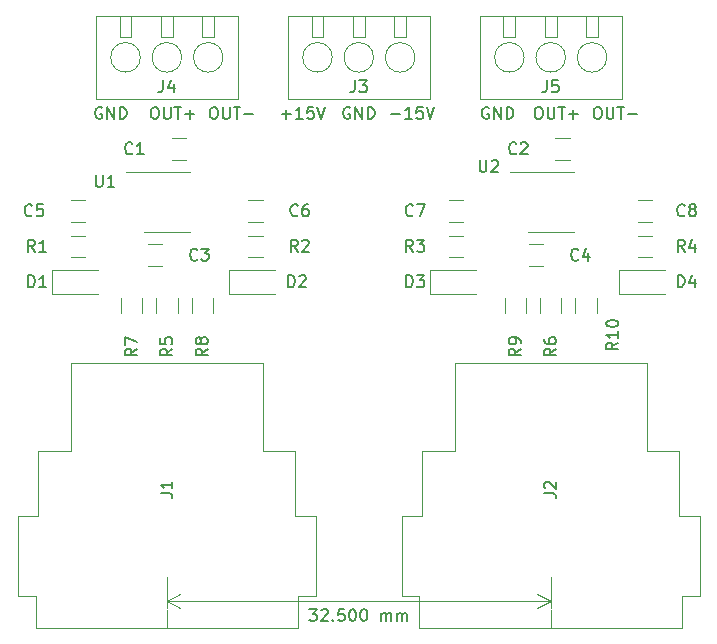
<source format=gbr>
%TF.GenerationSoftware,KiCad,Pcbnew,(5.1.6-0)*%
%TF.CreationDate,2023-04-12T18:51:22-07:00*%
%TF.ProjectId,input_buffer_bal_XLR_SMD_1206,696e7075-745f-4627-9566-6665725f6261,rev?*%
%TF.SameCoordinates,Original*%
%TF.FileFunction,Legend,Top*%
%TF.FilePolarity,Positive*%
%FSLAX46Y46*%
G04 Gerber Fmt 4.6, Leading zero omitted, Abs format (unit mm)*
G04 Created by KiCad (PCBNEW (5.1.6-0)) date 2023-04-12 18:51:22*
%MOMM*%
%LPD*%
G01*
G04 APERTURE LIST*
%ADD10C,0.120000*%
%ADD11C,0.150000*%
G04 APERTURE END LIST*
D10*
X137500000Y-156000000D02*
X137500000Y-157500000D01*
X105000000Y-156000000D02*
X105000000Y-157500000D01*
D11*
X117059523Y-155972380D02*
X117678571Y-155972380D01*
X117345238Y-156353333D01*
X117488095Y-156353333D01*
X117583333Y-156400952D01*
X117630952Y-156448571D01*
X117678571Y-156543809D01*
X117678571Y-156781904D01*
X117630952Y-156877142D01*
X117583333Y-156924761D01*
X117488095Y-156972380D01*
X117202380Y-156972380D01*
X117107142Y-156924761D01*
X117059523Y-156877142D01*
X118059523Y-156067619D02*
X118107142Y-156020000D01*
X118202380Y-155972380D01*
X118440476Y-155972380D01*
X118535714Y-156020000D01*
X118583333Y-156067619D01*
X118630952Y-156162857D01*
X118630952Y-156258095D01*
X118583333Y-156400952D01*
X118011904Y-156972380D01*
X118630952Y-156972380D01*
X119059523Y-156877142D02*
X119107142Y-156924761D01*
X119059523Y-156972380D01*
X119011904Y-156924761D01*
X119059523Y-156877142D01*
X119059523Y-156972380D01*
X120011904Y-155972380D02*
X119535714Y-155972380D01*
X119488095Y-156448571D01*
X119535714Y-156400952D01*
X119630952Y-156353333D01*
X119869047Y-156353333D01*
X119964285Y-156400952D01*
X120011904Y-156448571D01*
X120059523Y-156543809D01*
X120059523Y-156781904D01*
X120011904Y-156877142D01*
X119964285Y-156924761D01*
X119869047Y-156972380D01*
X119630952Y-156972380D01*
X119535714Y-156924761D01*
X119488095Y-156877142D01*
X120678571Y-155972380D02*
X120773809Y-155972380D01*
X120869047Y-156020000D01*
X120916666Y-156067619D01*
X120964285Y-156162857D01*
X121011904Y-156353333D01*
X121011904Y-156591428D01*
X120964285Y-156781904D01*
X120916666Y-156877142D01*
X120869047Y-156924761D01*
X120773809Y-156972380D01*
X120678571Y-156972380D01*
X120583333Y-156924761D01*
X120535714Y-156877142D01*
X120488095Y-156781904D01*
X120440476Y-156591428D01*
X120440476Y-156353333D01*
X120488095Y-156162857D01*
X120535714Y-156067619D01*
X120583333Y-156020000D01*
X120678571Y-155972380D01*
X121630952Y-155972380D02*
X121726190Y-155972380D01*
X121821428Y-156020000D01*
X121869047Y-156067619D01*
X121916666Y-156162857D01*
X121964285Y-156353333D01*
X121964285Y-156591428D01*
X121916666Y-156781904D01*
X121869047Y-156877142D01*
X121821428Y-156924761D01*
X121726190Y-156972380D01*
X121630952Y-156972380D01*
X121535714Y-156924761D01*
X121488095Y-156877142D01*
X121440476Y-156781904D01*
X121392857Y-156591428D01*
X121392857Y-156353333D01*
X121440476Y-156162857D01*
X121488095Y-156067619D01*
X121535714Y-156020000D01*
X121630952Y-155972380D01*
X123154761Y-156972380D02*
X123154761Y-156305714D01*
X123154761Y-156400952D02*
X123202380Y-156353333D01*
X123297619Y-156305714D01*
X123440476Y-156305714D01*
X123535714Y-156353333D01*
X123583333Y-156448571D01*
X123583333Y-156972380D01*
X123583333Y-156448571D02*
X123630952Y-156353333D01*
X123726190Y-156305714D01*
X123869047Y-156305714D01*
X123964285Y-156353333D01*
X124011904Y-156448571D01*
X124011904Y-156972380D01*
X124488095Y-156972380D02*
X124488095Y-156305714D01*
X124488095Y-156400952D02*
X124535714Y-156353333D01*
X124630952Y-156305714D01*
X124773809Y-156305714D01*
X124869047Y-156353333D01*
X124916666Y-156448571D01*
X124916666Y-156972380D01*
X124916666Y-156448571D02*
X124964285Y-156353333D01*
X125059523Y-156305714D01*
X125202380Y-156305714D01*
X125297619Y-156353333D01*
X125345238Y-156448571D01*
X125345238Y-156972380D01*
D10*
X105000000Y-155250000D02*
X137500000Y-155250000D01*
X105000000Y-153250000D02*
X105000000Y-155836421D01*
X137500000Y-153250000D02*
X137500000Y-155836421D01*
X137500000Y-155250000D02*
X136373496Y-155836421D01*
X137500000Y-155250000D02*
X136373496Y-154663579D01*
X105000000Y-155250000D02*
X106126504Y-155836421D01*
X105000000Y-155250000D02*
X106126504Y-154663579D01*
D11*
X123988095Y-114071428D02*
X124750000Y-114071428D01*
X125750000Y-114452380D02*
X125178571Y-114452380D01*
X125464285Y-114452380D02*
X125464285Y-113452380D01*
X125369047Y-113595238D01*
X125273809Y-113690476D01*
X125178571Y-113738095D01*
X126654761Y-113452380D02*
X126178571Y-113452380D01*
X126130952Y-113928571D01*
X126178571Y-113880952D01*
X126273809Y-113833333D01*
X126511904Y-113833333D01*
X126607142Y-113880952D01*
X126654761Y-113928571D01*
X126702380Y-114023809D01*
X126702380Y-114261904D01*
X126654761Y-114357142D01*
X126607142Y-114404761D01*
X126511904Y-114452380D01*
X126273809Y-114452380D01*
X126178571Y-114404761D01*
X126130952Y-114357142D01*
X126988095Y-113452380D02*
X127321428Y-114452380D01*
X127654761Y-113452380D01*
X114738095Y-114071428D02*
X115500000Y-114071428D01*
X115119047Y-114452380D02*
X115119047Y-113690476D01*
X116500000Y-114452380D02*
X115928571Y-114452380D01*
X116214285Y-114452380D02*
X116214285Y-113452380D01*
X116119047Y-113595238D01*
X116023809Y-113690476D01*
X115928571Y-113738095D01*
X117404761Y-113452380D02*
X116928571Y-113452380D01*
X116880952Y-113928571D01*
X116928571Y-113880952D01*
X117023809Y-113833333D01*
X117261904Y-113833333D01*
X117357142Y-113880952D01*
X117404761Y-113928571D01*
X117452380Y-114023809D01*
X117452380Y-114261904D01*
X117404761Y-114357142D01*
X117357142Y-114404761D01*
X117261904Y-114452380D01*
X117023809Y-114452380D01*
X116928571Y-114404761D01*
X116880952Y-114357142D01*
X117738095Y-113452380D02*
X118071428Y-114452380D01*
X118404761Y-113452380D01*
X108880952Y-113452380D02*
X109071428Y-113452380D01*
X109166666Y-113500000D01*
X109261904Y-113595238D01*
X109309523Y-113785714D01*
X109309523Y-114119047D01*
X109261904Y-114309523D01*
X109166666Y-114404761D01*
X109071428Y-114452380D01*
X108880952Y-114452380D01*
X108785714Y-114404761D01*
X108690476Y-114309523D01*
X108642857Y-114119047D01*
X108642857Y-113785714D01*
X108690476Y-113595238D01*
X108785714Y-113500000D01*
X108880952Y-113452380D01*
X109738095Y-113452380D02*
X109738095Y-114261904D01*
X109785714Y-114357142D01*
X109833333Y-114404761D01*
X109928571Y-114452380D01*
X110119047Y-114452380D01*
X110214285Y-114404761D01*
X110261904Y-114357142D01*
X110309523Y-114261904D01*
X110309523Y-113452380D01*
X110642857Y-113452380D02*
X111214285Y-113452380D01*
X110928571Y-114452380D02*
X110928571Y-113452380D01*
X111547619Y-114071428D02*
X112309523Y-114071428D01*
X141380952Y-113452380D02*
X141571428Y-113452380D01*
X141666666Y-113500000D01*
X141761904Y-113595238D01*
X141809523Y-113785714D01*
X141809523Y-114119047D01*
X141761904Y-114309523D01*
X141666666Y-114404761D01*
X141571428Y-114452380D01*
X141380952Y-114452380D01*
X141285714Y-114404761D01*
X141190476Y-114309523D01*
X141142857Y-114119047D01*
X141142857Y-113785714D01*
X141190476Y-113595238D01*
X141285714Y-113500000D01*
X141380952Y-113452380D01*
X142238095Y-113452380D02*
X142238095Y-114261904D01*
X142285714Y-114357142D01*
X142333333Y-114404761D01*
X142428571Y-114452380D01*
X142619047Y-114452380D01*
X142714285Y-114404761D01*
X142761904Y-114357142D01*
X142809523Y-114261904D01*
X142809523Y-113452380D01*
X143142857Y-113452380D02*
X143714285Y-113452380D01*
X143428571Y-114452380D02*
X143428571Y-113452380D01*
X144047619Y-114071428D02*
X144809523Y-114071428D01*
X136380952Y-113452380D02*
X136571428Y-113452380D01*
X136666666Y-113500000D01*
X136761904Y-113595238D01*
X136809523Y-113785714D01*
X136809523Y-114119047D01*
X136761904Y-114309523D01*
X136666666Y-114404761D01*
X136571428Y-114452380D01*
X136380952Y-114452380D01*
X136285714Y-114404761D01*
X136190476Y-114309523D01*
X136142857Y-114119047D01*
X136142857Y-113785714D01*
X136190476Y-113595238D01*
X136285714Y-113500000D01*
X136380952Y-113452380D01*
X137238095Y-113452380D02*
X137238095Y-114261904D01*
X137285714Y-114357142D01*
X137333333Y-114404761D01*
X137428571Y-114452380D01*
X137619047Y-114452380D01*
X137714285Y-114404761D01*
X137761904Y-114357142D01*
X137809523Y-114261904D01*
X137809523Y-113452380D01*
X138142857Y-113452380D02*
X138714285Y-113452380D01*
X138428571Y-114452380D02*
X138428571Y-113452380D01*
X139047619Y-114071428D02*
X139809523Y-114071428D01*
X139428571Y-114452380D02*
X139428571Y-113690476D01*
X103880952Y-113452380D02*
X104071428Y-113452380D01*
X104166666Y-113500000D01*
X104261904Y-113595238D01*
X104309523Y-113785714D01*
X104309523Y-114119047D01*
X104261904Y-114309523D01*
X104166666Y-114404761D01*
X104071428Y-114452380D01*
X103880952Y-114452380D01*
X103785714Y-114404761D01*
X103690476Y-114309523D01*
X103642857Y-114119047D01*
X103642857Y-113785714D01*
X103690476Y-113595238D01*
X103785714Y-113500000D01*
X103880952Y-113452380D01*
X104738095Y-113452380D02*
X104738095Y-114261904D01*
X104785714Y-114357142D01*
X104833333Y-114404761D01*
X104928571Y-114452380D01*
X105119047Y-114452380D01*
X105214285Y-114404761D01*
X105261904Y-114357142D01*
X105309523Y-114261904D01*
X105309523Y-113452380D01*
X105642857Y-113452380D02*
X106214285Y-113452380D01*
X105928571Y-114452380D02*
X105928571Y-113452380D01*
X106547619Y-114071428D02*
X107309523Y-114071428D01*
X106928571Y-114452380D02*
X106928571Y-113690476D01*
X132238095Y-113500000D02*
X132142857Y-113452380D01*
X132000000Y-113452380D01*
X131857142Y-113500000D01*
X131761904Y-113595238D01*
X131714285Y-113690476D01*
X131666666Y-113880952D01*
X131666666Y-114023809D01*
X131714285Y-114214285D01*
X131761904Y-114309523D01*
X131857142Y-114404761D01*
X132000000Y-114452380D01*
X132095238Y-114452380D01*
X132238095Y-114404761D01*
X132285714Y-114357142D01*
X132285714Y-114023809D01*
X132095238Y-114023809D01*
X132714285Y-114452380D02*
X132714285Y-113452380D01*
X133285714Y-114452380D01*
X133285714Y-113452380D01*
X133761904Y-114452380D02*
X133761904Y-113452380D01*
X134000000Y-113452380D01*
X134142857Y-113500000D01*
X134238095Y-113595238D01*
X134285714Y-113690476D01*
X134333333Y-113880952D01*
X134333333Y-114023809D01*
X134285714Y-114214285D01*
X134238095Y-114309523D01*
X134142857Y-114404761D01*
X134000000Y-114452380D01*
X133761904Y-114452380D01*
X120488095Y-113500000D02*
X120392857Y-113452380D01*
X120250000Y-113452380D01*
X120107142Y-113500000D01*
X120011904Y-113595238D01*
X119964285Y-113690476D01*
X119916666Y-113880952D01*
X119916666Y-114023809D01*
X119964285Y-114214285D01*
X120011904Y-114309523D01*
X120107142Y-114404761D01*
X120250000Y-114452380D01*
X120345238Y-114452380D01*
X120488095Y-114404761D01*
X120535714Y-114357142D01*
X120535714Y-114023809D01*
X120345238Y-114023809D01*
X120964285Y-114452380D02*
X120964285Y-113452380D01*
X121535714Y-114452380D01*
X121535714Y-113452380D01*
X122011904Y-114452380D02*
X122011904Y-113452380D01*
X122250000Y-113452380D01*
X122392857Y-113500000D01*
X122488095Y-113595238D01*
X122535714Y-113690476D01*
X122583333Y-113880952D01*
X122583333Y-114023809D01*
X122535714Y-114214285D01*
X122488095Y-114309523D01*
X122392857Y-114404761D01*
X122250000Y-114452380D01*
X122011904Y-114452380D01*
X99488095Y-113500000D02*
X99392857Y-113452380D01*
X99250000Y-113452380D01*
X99107142Y-113500000D01*
X99011904Y-113595238D01*
X98964285Y-113690476D01*
X98916666Y-113880952D01*
X98916666Y-114023809D01*
X98964285Y-114214285D01*
X99011904Y-114309523D01*
X99107142Y-114404761D01*
X99250000Y-114452380D01*
X99345238Y-114452380D01*
X99488095Y-114404761D01*
X99535714Y-114357142D01*
X99535714Y-114023809D01*
X99345238Y-114023809D01*
X99964285Y-114452380D02*
X99964285Y-113452380D01*
X100535714Y-114452380D01*
X100535714Y-113452380D01*
X101011904Y-114452380D02*
X101011904Y-113452380D01*
X101250000Y-113452380D01*
X101392857Y-113500000D01*
X101488095Y-113595238D01*
X101535714Y-113690476D01*
X101583333Y-113880952D01*
X101583333Y-114023809D01*
X101535714Y-114214285D01*
X101488095Y-114309523D01*
X101392857Y-114404761D01*
X101250000Y-114452380D01*
X101011904Y-114452380D01*
D10*
%TO.C,D4*%
X143300000Y-127250000D02*
X143300000Y-129250000D01*
X143300000Y-129250000D02*
X147150000Y-129250000D01*
X143300000Y-127250000D02*
X147150000Y-127250000D01*
%TO.C,D3*%
X127300000Y-127250000D02*
X127300000Y-129250000D01*
X127300000Y-129250000D02*
X131150000Y-129250000D01*
X127300000Y-127250000D02*
X131150000Y-127250000D01*
%TO.C,D2*%
X110300000Y-127250000D02*
X110300000Y-129250000D01*
X110300000Y-129250000D02*
X114150000Y-129250000D01*
X110300000Y-127250000D02*
X114150000Y-127250000D01*
%TO.C,D1*%
X95300000Y-127250000D02*
X95300000Y-129250000D01*
X95300000Y-129250000D02*
X99150000Y-129250000D01*
X95300000Y-127250000D02*
X99150000Y-127250000D01*
%TO.C,U2*%
X137500000Y-118940000D02*
X134050000Y-118940000D01*
X137500000Y-118940000D02*
X139450000Y-118940000D01*
X137500000Y-124060000D02*
X135550000Y-124060000D01*
X137500000Y-124060000D02*
X139450000Y-124060000D01*
%TO.C,U1*%
X105000000Y-118940000D02*
X101550000Y-118940000D01*
X105000000Y-118940000D02*
X106950000Y-118940000D01*
X105000000Y-124060000D02*
X103050000Y-124060000D01*
X105000000Y-124060000D02*
X106950000Y-124060000D01*
%TO.C,R10*%
X141410000Y-130852064D02*
X141410000Y-129647936D01*
X139590000Y-130852064D02*
X139590000Y-129647936D01*
%TO.C,R9*%
X133590000Y-129647936D02*
X133590000Y-130852064D01*
X135410000Y-129647936D02*
X135410000Y-130852064D01*
%TO.C,R8*%
X108910000Y-130852064D02*
X108910000Y-129647936D01*
X107090000Y-130852064D02*
X107090000Y-129647936D01*
%TO.C,R7*%
X101090000Y-129647936D02*
X101090000Y-130852064D01*
X102910000Y-129647936D02*
X102910000Y-130852064D01*
%TO.C,R6*%
X138410000Y-130852064D02*
X138410000Y-129647936D01*
X136590000Y-130852064D02*
X136590000Y-129647936D01*
%TO.C,R5*%
X105910000Y-130852064D02*
X105910000Y-129647936D01*
X104090000Y-130852064D02*
X104090000Y-129647936D01*
%TO.C,R4*%
X144897936Y-126160000D02*
X146102064Y-126160000D01*
X144897936Y-124340000D02*
X146102064Y-124340000D01*
%TO.C,R3*%
X130102064Y-124340000D02*
X128897936Y-124340000D01*
X130102064Y-126160000D02*
X128897936Y-126160000D01*
%TO.C,R2*%
X111897936Y-126160000D02*
X113102064Y-126160000D01*
X111897936Y-124340000D02*
X113102064Y-124340000D01*
%TO.C,R1*%
X98102064Y-124340000D02*
X96897936Y-124340000D01*
X98102064Y-126160000D02*
X96897936Y-126160000D01*
%TO.C,C8*%
X146102064Y-121340000D02*
X144897936Y-121340000D01*
X146102064Y-123160000D02*
X144897936Y-123160000D01*
%TO.C,C7*%
X130102064Y-121340000D02*
X128897936Y-121340000D01*
X130102064Y-123160000D02*
X128897936Y-123160000D01*
%TO.C,C6*%
X113102064Y-121340000D02*
X111897936Y-121340000D01*
X113102064Y-123160000D02*
X111897936Y-123160000D01*
%TO.C,C5*%
X98102064Y-121340000D02*
X96897936Y-121340000D01*
X98102064Y-123160000D02*
X96897936Y-123160000D01*
%TO.C,C4*%
X136852064Y-125090000D02*
X135647936Y-125090000D01*
X136852064Y-126910000D02*
X135647936Y-126910000D01*
%TO.C,C3*%
X104602064Y-125090000D02*
X103397936Y-125090000D01*
X104602064Y-126910000D02*
X103397936Y-126910000D01*
%TO.C,C2*%
X139102064Y-116090000D02*
X137897936Y-116090000D01*
X139102064Y-117910000D02*
X137897936Y-117910000D01*
%TO.C,C1*%
X106602064Y-116090000D02*
X105397936Y-116090000D01*
X106602064Y-117910000D02*
X105397936Y-117910000D01*
%TO.C,J2*%
X148370000Y-142620000D02*
X145620000Y-142620000D01*
X126630000Y-148120000D02*
X126630000Y-142620000D01*
X129380000Y-142620000D02*
X126630000Y-142620000D01*
X145620000Y-142620000D02*
X145620000Y-135120000D01*
X148370000Y-148120000D02*
X148370000Y-142620000D01*
X145620000Y-135120000D02*
X129380000Y-135120000D01*
X129380000Y-142620000D02*
X129380000Y-135120000D01*
X148620000Y-157560000D02*
X126380000Y-157560000D01*
X150120000Y-154860000D02*
X148620000Y-154860000D01*
X126380000Y-154860000D02*
X124880000Y-154860000D01*
X126380000Y-154860000D02*
X126380000Y-157560000D01*
X148620000Y-154860000D02*
X148620000Y-157560000D01*
X124880000Y-148120000D02*
X126630000Y-148120000D01*
X148370000Y-148120000D02*
X150120000Y-148120000D01*
X150120000Y-154860000D02*
X150120000Y-148120000D01*
X124880000Y-154860000D02*
X124880000Y-148120000D01*
%TO.C,J1*%
X115870000Y-142620000D02*
X113120000Y-142620000D01*
X94130000Y-148120000D02*
X94130000Y-142620000D01*
X96880000Y-142620000D02*
X94130000Y-142620000D01*
X113120000Y-142620000D02*
X113120000Y-135120000D01*
X115870000Y-148120000D02*
X115870000Y-142620000D01*
X113120000Y-135120000D02*
X96880000Y-135120000D01*
X96880000Y-142620000D02*
X96880000Y-135120000D01*
X116120000Y-157560000D02*
X93880000Y-157560000D01*
X117620000Y-154860000D02*
X116120000Y-154860000D01*
X93880000Y-154860000D02*
X92380000Y-154860000D01*
X93880000Y-154860000D02*
X93880000Y-157560000D01*
X116120000Y-154860000D02*
X116120000Y-157560000D01*
X92380000Y-148120000D02*
X94130000Y-148120000D01*
X115870000Y-148120000D02*
X117620000Y-148120000D01*
X117620000Y-154860000D02*
X117620000Y-148120000D01*
X92380000Y-154860000D02*
X92380000Y-148120000D01*
%TO.C,J5*%
X133500000Y-107500000D02*
X133500000Y-105750000D01*
X134500000Y-107500000D02*
X133500000Y-107500000D01*
X134500000Y-105750000D02*
X134500000Y-107500000D01*
X137000000Y-107500000D02*
X137000000Y-105750000D01*
X138000000Y-107500000D02*
X137000000Y-107500000D01*
X138000000Y-105750000D02*
X138000000Y-107500000D01*
X141500000Y-107500000D02*
X141500000Y-105750000D01*
X140500000Y-107500000D02*
X140500000Y-105750000D01*
X141500000Y-107500000D02*
X140500000Y-107500000D01*
X142250000Y-109250000D02*
G75*
G03*
X142250000Y-109250000I-1250000J0D01*
G01*
X138750000Y-109250000D02*
G75*
G03*
X138750000Y-109250000I-1250000J0D01*
G01*
X135250000Y-109250000D02*
G75*
G03*
X135250000Y-109250000I-1250000J0D01*
G01*
X131500000Y-112750000D02*
X143500000Y-112750000D01*
X131500000Y-105750000D02*
X143500000Y-105750000D01*
X143500000Y-112750000D02*
X143500000Y-105750000D01*
X131500000Y-112750000D02*
X131500000Y-105750000D01*
%TO.C,J4*%
X101000000Y-107500000D02*
X101000000Y-105750000D01*
X102000000Y-107500000D02*
X101000000Y-107500000D01*
X102000000Y-105750000D02*
X102000000Y-107500000D01*
X104500000Y-107500000D02*
X104500000Y-105750000D01*
X105500000Y-107500000D02*
X104500000Y-107500000D01*
X105500000Y-105750000D02*
X105500000Y-107500000D01*
X109000000Y-107500000D02*
X109000000Y-105750000D01*
X108000000Y-107500000D02*
X108000000Y-105750000D01*
X109000000Y-107500000D02*
X108000000Y-107500000D01*
X109750000Y-109250000D02*
G75*
G03*
X109750000Y-109250000I-1250000J0D01*
G01*
X106250000Y-109250000D02*
G75*
G03*
X106250000Y-109250000I-1250000J0D01*
G01*
X102750000Y-109250000D02*
G75*
G03*
X102750000Y-109250000I-1250000J0D01*
G01*
X99000000Y-112750000D02*
X111000000Y-112750000D01*
X99000000Y-105750000D02*
X111000000Y-105750000D01*
X111000000Y-112750000D02*
X111000000Y-105750000D01*
X99000000Y-112750000D02*
X99000000Y-105750000D01*
%TO.C,J3*%
X117250000Y-107500000D02*
X117250000Y-105750000D01*
X118250000Y-107500000D02*
X117250000Y-107500000D01*
X118250000Y-105750000D02*
X118250000Y-107500000D01*
X120750000Y-107500000D02*
X120750000Y-105750000D01*
X121750000Y-107500000D02*
X120750000Y-107500000D01*
X121750000Y-105750000D02*
X121750000Y-107500000D01*
X125250000Y-107500000D02*
X125250000Y-105750000D01*
X124250000Y-107500000D02*
X124250000Y-105750000D01*
X125250000Y-107500000D02*
X124250000Y-107500000D01*
X126000000Y-109250000D02*
G75*
G03*
X126000000Y-109250000I-1250000J0D01*
G01*
X122500000Y-109250000D02*
G75*
G03*
X122500000Y-109250000I-1250000J0D01*
G01*
X119000000Y-109250000D02*
G75*
G03*
X119000000Y-109250000I-1250000J0D01*
G01*
X115250000Y-112750000D02*
X127250000Y-112750000D01*
X115250000Y-105750000D02*
X127250000Y-105750000D01*
X127250000Y-112750000D02*
X127250000Y-105750000D01*
X115250000Y-112750000D02*
X115250000Y-105750000D01*
%TO.C,D4*%
D11*
X148261904Y-128702380D02*
X148261904Y-127702380D01*
X148500000Y-127702380D01*
X148642857Y-127750000D01*
X148738095Y-127845238D01*
X148785714Y-127940476D01*
X148833333Y-128130952D01*
X148833333Y-128273809D01*
X148785714Y-128464285D01*
X148738095Y-128559523D01*
X148642857Y-128654761D01*
X148500000Y-128702380D01*
X148261904Y-128702380D01*
X149690476Y-128035714D02*
X149690476Y-128702380D01*
X149452380Y-127654761D02*
X149214285Y-128369047D01*
X149833333Y-128369047D01*
%TO.C,D3*%
X125261904Y-128702380D02*
X125261904Y-127702380D01*
X125500000Y-127702380D01*
X125642857Y-127750000D01*
X125738095Y-127845238D01*
X125785714Y-127940476D01*
X125833333Y-128130952D01*
X125833333Y-128273809D01*
X125785714Y-128464285D01*
X125738095Y-128559523D01*
X125642857Y-128654761D01*
X125500000Y-128702380D01*
X125261904Y-128702380D01*
X126166666Y-127702380D02*
X126785714Y-127702380D01*
X126452380Y-128083333D01*
X126595238Y-128083333D01*
X126690476Y-128130952D01*
X126738095Y-128178571D01*
X126785714Y-128273809D01*
X126785714Y-128511904D01*
X126738095Y-128607142D01*
X126690476Y-128654761D01*
X126595238Y-128702380D01*
X126309523Y-128702380D01*
X126214285Y-128654761D01*
X126166666Y-128607142D01*
%TO.C,D2*%
X115261904Y-128702380D02*
X115261904Y-127702380D01*
X115500000Y-127702380D01*
X115642857Y-127750000D01*
X115738095Y-127845238D01*
X115785714Y-127940476D01*
X115833333Y-128130952D01*
X115833333Y-128273809D01*
X115785714Y-128464285D01*
X115738095Y-128559523D01*
X115642857Y-128654761D01*
X115500000Y-128702380D01*
X115261904Y-128702380D01*
X116214285Y-127797619D02*
X116261904Y-127750000D01*
X116357142Y-127702380D01*
X116595238Y-127702380D01*
X116690476Y-127750000D01*
X116738095Y-127797619D01*
X116785714Y-127892857D01*
X116785714Y-127988095D01*
X116738095Y-128130952D01*
X116166666Y-128702380D01*
X116785714Y-128702380D01*
%TO.C,D1*%
X93261904Y-128702380D02*
X93261904Y-127702380D01*
X93500000Y-127702380D01*
X93642857Y-127750000D01*
X93738095Y-127845238D01*
X93785714Y-127940476D01*
X93833333Y-128130952D01*
X93833333Y-128273809D01*
X93785714Y-128464285D01*
X93738095Y-128559523D01*
X93642857Y-128654761D01*
X93500000Y-128702380D01*
X93261904Y-128702380D01*
X94785714Y-128702380D02*
X94214285Y-128702380D01*
X94500000Y-128702380D02*
X94500000Y-127702380D01*
X94404761Y-127845238D01*
X94309523Y-127940476D01*
X94214285Y-127988095D01*
%TO.C,U2*%
X131488095Y-117952380D02*
X131488095Y-118761904D01*
X131535714Y-118857142D01*
X131583333Y-118904761D01*
X131678571Y-118952380D01*
X131869047Y-118952380D01*
X131964285Y-118904761D01*
X132011904Y-118857142D01*
X132059523Y-118761904D01*
X132059523Y-117952380D01*
X132488095Y-118047619D02*
X132535714Y-118000000D01*
X132630952Y-117952380D01*
X132869047Y-117952380D01*
X132964285Y-118000000D01*
X133011904Y-118047619D01*
X133059523Y-118142857D01*
X133059523Y-118238095D01*
X133011904Y-118380952D01*
X132440476Y-118952380D01*
X133059523Y-118952380D01*
%TO.C,U1*%
X98988095Y-119202380D02*
X98988095Y-120011904D01*
X99035714Y-120107142D01*
X99083333Y-120154761D01*
X99178571Y-120202380D01*
X99369047Y-120202380D01*
X99464285Y-120154761D01*
X99511904Y-120107142D01*
X99559523Y-120011904D01*
X99559523Y-119202380D01*
X100559523Y-120202380D02*
X99988095Y-120202380D01*
X100273809Y-120202380D02*
X100273809Y-119202380D01*
X100178571Y-119345238D01*
X100083333Y-119440476D01*
X99988095Y-119488095D01*
%TO.C,R10*%
X143202380Y-133392857D02*
X142726190Y-133726190D01*
X143202380Y-133964285D02*
X142202380Y-133964285D01*
X142202380Y-133583333D01*
X142250000Y-133488095D01*
X142297619Y-133440476D01*
X142392857Y-133392857D01*
X142535714Y-133392857D01*
X142630952Y-133440476D01*
X142678571Y-133488095D01*
X142726190Y-133583333D01*
X142726190Y-133964285D01*
X143202380Y-132440476D02*
X143202380Y-133011904D01*
X143202380Y-132726190D02*
X142202380Y-132726190D01*
X142345238Y-132821428D01*
X142440476Y-132916666D01*
X142488095Y-133011904D01*
X142202380Y-131821428D02*
X142202380Y-131726190D01*
X142250000Y-131630952D01*
X142297619Y-131583333D01*
X142392857Y-131535714D01*
X142583333Y-131488095D01*
X142821428Y-131488095D01*
X143011904Y-131535714D01*
X143107142Y-131583333D01*
X143154761Y-131630952D01*
X143202380Y-131726190D01*
X143202380Y-131821428D01*
X143154761Y-131916666D01*
X143107142Y-131964285D01*
X143011904Y-132011904D01*
X142821428Y-132059523D01*
X142583333Y-132059523D01*
X142392857Y-132011904D01*
X142297619Y-131964285D01*
X142250000Y-131916666D01*
X142202380Y-131821428D01*
%TO.C,R9*%
X134952380Y-133916666D02*
X134476190Y-134250000D01*
X134952380Y-134488095D02*
X133952380Y-134488095D01*
X133952380Y-134107142D01*
X134000000Y-134011904D01*
X134047619Y-133964285D01*
X134142857Y-133916666D01*
X134285714Y-133916666D01*
X134380952Y-133964285D01*
X134428571Y-134011904D01*
X134476190Y-134107142D01*
X134476190Y-134488095D01*
X134952380Y-133440476D02*
X134952380Y-133250000D01*
X134904761Y-133154761D01*
X134857142Y-133107142D01*
X134714285Y-133011904D01*
X134523809Y-132964285D01*
X134142857Y-132964285D01*
X134047619Y-133011904D01*
X134000000Y-133059523D01*
X133952380Y-133154761D01*
X133952380Y-133345238D01*
X134000000Y-133440476D01*
X134047619Y-133488095D01*
X134142857Y-133535714D01*
X134380952Y-133535714D01*
X134476190Y-133488095D01*
X134523809Y-133440476D01*
X134571428Y-133345238D01*
X134571428Y-133154761D01*
X134523809Y-133059523D01*
X134476190Y-133011904D01*
X134380952Y-132964285D01*
%TO.C,R8*%
X108452380Y-133916666D02*
X107976190Y-134250000D01*
X108452380Y-134488095D02*
X107452380Y-134488095D01*
X107452380Y-134107142D01*
X107500000Y-134011904D01*
X107547619Y-133964285D01*
X107642857Y-133916666D01*
X107785714Y-133916666D01*
X107880952Y-133964285D01*
X107928571Y-134011904D01*
X107976190Y-134107142D01*
X107976190Y-134488095D01*
X107880952Y-133345238D02*
X107833333Y-133440476D01*
X107785714Y-133488095D01*
X107690476Y-133535714D01*
X107642857Y-133535714D01*
X107547619Y-133488095D01*
X107500000Y-133440476D01*
X107452380Y-133345238D01*
X107452380Y-133154761D01*
X107500000Y-133059523D01*
X107547619Y-133011904D01*
X107642857Y-132964285D01*
X107690476Y-132964285D01*
X107785714Y-133011904D01*
X107833333Y-133059523D01*
X107880952Y-133154761D01*
X107880952Y-133345238D01*
X107928571Y-133440476D01*
X107976190Y-133488095D01*
X108071428Y-133535714D01*
X108261904Y-133535714D01*
X108357142Y-133488095D01*
X108404761Y-133440476D01*
X108452380Y-133345238D01*
X108452380Y-133154761D01*
X108404761Y-133059523D01*
X108357142Y-133011904D01*
X108261904Y-132964285D01*
X108071428Y-132964285D01*
X107976190Y-133011904D01*
X107928571Y-133059523D01*
X107880952Y-133154761D01*
%TO.C,R7*%
X102452380Y-133916666D02*
X101976190Y-134250000D01*
X102452380Y-134488095D02*
X101452380Y-134488095D01*
X101452380Y-134107142D01*
X101500000Y-134011904D01*
X101547619Y-133964285D01*
X101642857Y-133916666D01*
X101785714Y-133916666D01*
X101880952Y-133964285D01*
X101928571Y-134011904D01*
X101976190Y-134107142D01*
X101976190Y-134488095D01*
X101452380Y-133583333D02*
X101452380Y-132916666D01*
X102452380Y-133345238D01*
%TO.C,R6*%
X137952380Y-133916666D02*
X137476190Y-134250000D01*
X137952380Y-134488095D02*
X136952380Y-134488095D01*
X136952380Y-134107142D01*
X137000000Y-134011904D01*
X137047619Y-133964285D01*
X137142857Y-133916666D01*
X137285714Y-133916666D01*
X137380952Y-133964285D01*
X137428571Y-134011904D01*
X137476190Y-134107142D01*
X137476190Y-134488095D01*
X136952380Y-133059523D02*
X136952380Y-133250000D01*
X137000000Y-133345238D01*
X137047619Y-133392857D01*
X137190476Y-133488095D01*
X137380952Y-133535714D01*
X137761904Y-133535714D01*
X137857142Y-133488095D01*
X137904761Y-133440476D01*
X137952380Y-133345238D01*
X137952380Y-133154761D01*
X137904761Y-133059523D01*
X137857142Y-133011904D01*
X137761904Y-132964285D01*
X137523809Y-132964285D01*
X137428571Y-133011904D01*
X137380952Y-133059523D01*
X137333333Y-133154761D01*
X137333333Y-133345238D01*
X137380952Y-133440476D01*
X137428571Y-133488095D01*
X137523809Y-133535714D01*
%TO.C,R5*%
X105452380Y-133916666D02*
X104976190Y-134250000D01*
X105452380Y-134488095D02*
X104452380Y-134488095D01*
X104452380Y-134107142D01*
X104500000Y-134011904D01*
X104547619Y-133964285D01*
X104642857Y-133916666D01*
X104785714Y-133916666D01*
X104880952Y-133964285D01*
X104928571Y-134011904D01*
X104976190Y-134107142D01*
X104976190Y-134488095D01*
X104452380Y-133011904D02*
X104452380Y-133488095D01*
X104928571Y-133535714D01*
X104880952Y-133488095D01*
X104833333Y-133392857D01*
X104833333Y-133154761D01*
X104880952Y-133059523D01*
X104928571Y-133011904D01*
X105023809Y-132964285D01*
X105261904Y-132964285D01*
X105357142Y-133011904D01*
X105404761Y-133059523D01*
X105452380Y-133154761D01*
X105452380Y-133392857D01*
X105404761Y-133488095D01*
X105357142Y-133535714D01*
%TO.C,R4*%
X148833333Y-125702380D02*
X148500000Y-125226190D01*
X148261904Y-125702380D02*
X148261904Y-124702380D01*
X148642857Y-124702380D01*
X148738095Y-124750000D01*
X148785714Y-124797619D01*
X148833333Y-124892857D01*
X148833333Y-125035714D01*
X148785714Y-125130952D01*
X148738095Y-125178571D01*
X148642857Y-125226190D01*
X148261904Y-125226190D01*
X149690476Y-125035714D02*
X149690476Y-125702380D01*
X149452380Y-124654761D02*
X149214285Y-125369047D01*
X149833333Y-125369047D01*
%TO.C,R3*%
X125833333Y-125702380D02*
X125500000Y-125226190D01*
X125261904Y-125702380D02*
X125261904Y-124702380D01*
X125642857Y-124702380D01*
X125738095Y-124750000D01*
X125785714Y-124797619D01*
X125833333Y-124892857D01*
X125833333Y-125035714D01*
X125785714Y-125130952D01*
X125738095Y-125178571D01*
X125642857Y-125226190D01*
X125261904Y-125226190D01*
X126166666Y-124702380D02*
X126785714Y-124702380D01*
X126452380Y-125083333D01*
X126595238Y-125083333D01*
X126690476Y-125130952D01*
X126738095Y-125178571D01*
X126785714Y-125273809D01*
X126785714Y-125511904D01*
X126738095Y-125607142D01*
X126690476Y-125654761D01*
X126595238Y-125702380D01*
X126309523Y-125702380D01*
X126214285Y-125654761D01*
X126166666Y-125607142D01*
%TO.C,R2*%
X116083333Y-125702380D02*
X115750000Y-125226190D01*
X115511904Y-125702380D02*
X115511904Y-124702380D01*
X115892857Y-124702380D01*
X115988095Y-124750000D01*
X116035714Y-124797619D01*
X116083333Y-124892857D01*
X116083333Y-125035714D01*
X116035714Y-125130952D01*
X115988095Y-125178571D01*
X115892857Y-125226190D01*
X115511904Y-125226190D01*
X116464285Y-124797619D02*
X116511904Y-124750000D01*
X116607142Y-124702380D01*
X116845238Y-124702380D01*
X116940476Y-124750000D01*
X116988095Y-124797619D01*
X117035714Y-124892857D01*
X117035714Y-124988095D01*
X116988095Y-125130952D01*
X116416666Y-125702380D01*
X117035714Y-125702380D01*
%TO.C,R1*%
X93833333Y-125702380D02*
X93500000Y-125226190D01*
X93261904Y-125702380D02*
X93261904Y-124702380D01*
X93642857Y-124702380D01*
X93738095Y-124750000D01*
X93785714Y-124797619D01*
X93833333Y-124892857D01*
X93833333Y-125035714D01*
X93785714Y-125130952D01*
X93738095Y-125178571D01*
X93642857Y-125226190D01*
X93261904Y-125226190D01*
X94785714Y-125702380D02*
X94214285Y-125702380D01*
X94500000Y-125702380D02*
X94500000Y-124702380D01*
X94404761Y-124845238D01*
X94309523Y-124940476D01*
X94214285Y-124988095D01*
%TO.C,C8*%
X148833333Y-122607142D02*
X148785714Y-122654761D01*
X148642857Y-122702380D01*
X148547619Y-122702380D01*
X148404761Y-122654761D01*
X148309523Y-122559523D01*
X148261904Y-122464285D01*
X148214285Y-122273809D01*
X148214285Y-122130952D01*
X148261904Y-121940476D01*
X148309523Y-121845238D01*
X148404761Y-121750000D01*
X148547619Y-121702380D01*
X148642857Y-121702380D01*
X148785714Y-121750000D01*
X148833333Y-121797619D01*
X149404761Y-122130952D02*
X149309523Y-122083333D01*
X149261904Y-122035714D01*
X149214285Y-121940476D01*
X149214285Y-121892857D01*
X149261904Y-121797619D01*
X149309523Y-121750000D01*
X149404761Y-121702380D01*
X149595238Y-121702380D01*
X149690476Y-121750000D01*
X149738095Y-121797619D01*
X149785714Y-121892857D01*
X149785714Y-121940476D01*
X149738095Y-122035714D01*
X149690476Y-122083333D01*
X149595238Y-122130952D01*
X149404761Y-122130952D01*
X149309523Y-122178571D01*
X149261904Y-122226190D01*
X149214285Y-122321428D01*
X149214285Y-122511904D01*
X149261904Y-122607142D01*
X149309523Y-122654761D01*
X149404761Y-122702380D01*
X149595238Y-122702380D01*
X149690476Y-122654761D01*
X149738095Y-122607142D01*
X149785714Y-122511904D01*
X149785714Y-122321428D01*
X149738095Y-122226190D01*
X149690476Y-122178571D01*
X149595238Y-122130952D01*
%TO.C,C7*%
X125833333Y-122607142D02*
X125785714Y-122654761D01*
X125642857Y-122702380D01*
X125547619Y-122702380D01*
X125404761Y-122654761D01*
X125309523Y-122559523D01*
X125261904Y-122464285D01*
X125214285Y-122273809D01*
X125214285Y-122130952D01*
X125261904Y-121940476D01*
X125309523Y-121845238D01*
X125404761Y-121750000D01*
X125547619Y-121702380D01*
X125642857Y-121702380D01*
X125785714Y-121750000D01*
X125833333Y-121797619D01*
X126166666Y-121702380D02*
X126833333Y-121702380D01*
X126404761Y-122702380D01*
%TO.C,C6*%
X116083333Y-122607142D02*
X116035714Y-122654761D01*
X115892857Y-122702380D01*
X115797619Y-122702380D01*
X115654761Y-122654761D01*
X115559523Y-122559523D01*
X115511904Y-122464285D01*
X115464285Y-122273809D01*
X115464285Y-122130952D01*
X115511904Y-121940476D01*
X115559523Y-121845238D01*
X115654761Y-121750000D01*
X115797619Y-121702380D01*
X115892857Y-121702380D01*
X116035714Y-121750000D01*
X116083333Y-121797619D01*
X116940476Y-121702380D02*
X116750000Y-121702380D01*
X116654761Y-121750000D01*
X116607142Y-121797619D01*
X116511904Y-121940476D01*
X116464285Y-122130952D01*
X116464285Y-122511904D01*
X116511904Y-122607142D01*
X116559523Y-122654761D01*
X116654761Y-122702380D01*
X116845238Y-122702380D01*
X116940476Y-122654761D01*
X116988095Y-122607142D01*
X117035714Y-122511904D01*
X117035714Y-122273809D01*
X116988095Y-122178571D01*
X116940476Y-122130952D01*
X116845238Y-122083333D01*
X116654761Y-122083333D01*
X116559523Y-122130952D01*
X116511904Y-122178571D01*
X116464285Y-122273809D01*
%TO.C,C5*%
X93583333Y-122607142D02*
X93535714Y-122654761D01*
X93392857Y-122702380D01*
X93297619Y-122702380D01*
X93154761Y-122654761D01*
X93059523Y-122559523D01*
X93011904Y-122464285D01*
X92964285Y-122273809D01*
X92964285Y-122130952D01*
X93011904Y-121940476D01*
X93059523Y-121845238D01*
X93154761Y-121750000D01*
X93297619Y-121702380D01*
X93392857Y-121702380D01*
X93535714Y-121750000D01*
X93583333Y-121797619D01*
X94488095Y-121702380D02*
X94011904Y-121702380D01*
X93964285Y-122178571D01*
X94011904Y-122130952D01*
X94107142Y-122083333D01*
X94345238Y-122083333D01*
X94440476Y-122130952D01*
X94488095Y-122178571D01*
X94535714Y-122273809D01*
X94535714Y-122511904D01*
X94488095Y-122607142D01*
X94440476Y-122654761D01*
X94345238Y-122702380D01*
X94107142Y-122702380D01*
X94011904Y-122654761D01*
X93964285Y-122607142D01*
%TO.C,C4*%
X139833333Y-126357142D02*
X139785714Y-126404761D01*
X139642857Y-126452380D01*
X139547619Y-126452380D01*
X139404761Y-126404761D01*
X139309523Y-126309523D01*
X139261904Y-126214285D01*
X139214285Y-126023809D01*
X139214285Y-125880952D01*
X139261904Y-125690476D01*
X139309523Y-125595238D01*
X139404761Y-125500000D01*
X139547619Y-125452380D01*
X139642857Y-125452380D01*
X139785714Y-125500000D01*
X139833333Y-125547619D01*
X140690476Y-125785714D02*
X140690476Y-126452380D01*
X140452380Y-125404761D02*
X140214285Y-126119047D01*
X140833333Y-126119047D01*
%TO.C,C3*%
X107583333Y-126357142D02*
X107535714Y-126404761D01*
X107392857Y-126452380D01*
X107297619Y-126452380D01*
X107154761Y-126404761D01*
X107059523Y-126309523D01*
X107011904Y-126214285D01*
X106964285Y-126023809D01*
X106964285Y-125880952D01*
X107011904Y-125690476D01*
X107059523Y-125595238D01*
X107154761Y-125500000D01*
X107297619Y-125452380D01*
X107392857Y-125452380D01*
X107535714Y-125500000D01*
X107583333Y-125547619D01*
X107916666Y-125452380D02*
X108535714Y-125452380D01*
X108202380Y-125833333D01*
X108345238Y-125833333D01*
X108440476Y-125880952D01*
X108488095Y-125928571D01*
X108535714Y-126023809D01*
X108535714Y-126261904D01*
X108488095Y-126357142D01*
X108440476Y-126404761D01*
X108345238Y-126452380D01*
X108059523Y-126452380D01*
X107964285Y-126404761D01*
X107916666Y-126357142D01*
%TO.C,C2*%
X134583333Y-117357142D02*
X134535714Y-117404761D01*
X134392857Y-117452380D01*
X134297619Y-117452380D01*
X134154761Y-117404761D01*
X134059523Y-117309523D01*
X134011904Y-117214285D01*
X133964285Y-117023809D01*
X133964285Y-116880952D01*
X134011904Y-116690476D01*
X134059523Y-116595238D01*
X134154761Y-116500000D01*
X134297619Y-116452380D01*
X134392857Y-116452380D01*
X134535714Y-116500000D01*
X134583333Y-116547619D01*
X134964285Y-116547619D02*
X135011904Y-116500000D01*
X135107142Y-116452380D01*
X135345238Y-116452380D01*
X135440476Y-116500000D01*
X135488095Y-116547619D01*
X135535714Y-116642857D01*
X135535714Y-116738095D01*
X135488095Y-116880952D01*
X134916666Y-117452380D01*
X135535714Y-117452380D01*
%TO.C,C1*%
X102083333Y-117357142D02*
X102035714Y-117404761D01*
X101892857Y-117452380D01*
X101797619Y-117452380D01*
X101654761Y-117404761D01*
X101559523Y-117309523D01*
X101511904Y-117214285D01*
X101464285Y-117023809D01*
X101464285Y-116880952D01*
X101511904Y-116690476D01*
X101559523Y-116595238D01*
X101654761Y-116500000D01*
X101797619Y-116452380D01*
X101892857Y-116452380D01*
X102035714Y-116500000D01*
X102083333Y-116547619D01*
X103035714Y-117452380D02*
X102464285Y-117452380D01*
X102750000Y-117452380D02*
X102750000Y-116452380D01*
X102654761Y-116595238D01*
X102559523Y-116690476D01*
X102464285Y-116738095D01*
%TO.C,J2*%
X136962380Y-146173333D02*
X137676666Y-146173333D01*
X137819523Y-146220952D01*
X137914761Y-146316190D01*
X137962380Y-146459047D01*
X137962380Y-146554285D01*
X137057619Y-145744761D02*
X137010000Y-145697142D01*
X136962380Y-145601904D01*
X136962380Y-145363809D01*
X137010000Y-145268571D01*
X137057619Y-145220952D01*
X137152857Y-145173333D01*
X137248095Y-145173333D01*
X137390952Y-145220952D01*
X137962380Y-145792380D01*
X137962380Y-145173333D01*
%TO.C,J1*%
X104462380Y-146173333D02*
X105176666Y-146173333D01*
X105319523Y-146220952D01*
X105414761Y-146316190D01*
X105462380Y-146459047D01*
X105462380Y-146554285D01*
X105462380Y-145173333D02*
X105462380Y-145744761D01*
X105462380Y-145459047D02*
X104462380Y-145459047D01*
X104605238Y-145554285D01*
X104700476Y-145649523D01*
X104748095Y-145744761D01*
%TO.C,J5*%
X137166666Y-111202380D02*
X137166666Y-111916666D01*
X137119047Y-112059523D01*
X137023809Y-112154761D01*
X136880952Y-112202380D01*
X136785714Y-112202380D01*
X138119047Y-111202380D02*
X137642857Y-111202380D01*
X137595238Y-111678571D01*
X137642857Y-111630952D01*
X137738095Y-111583333D01*
X137976190Y-111583333D01*
X138071428Y-111630952D01*
X138119047Y-111678571D01*
X138166666Y-111773809D01*
X138166666Y-112011904D01*
X138119047Y-112107142D01*
X138071428Y-112154761D01*
X137976190Y-112202380D01*
X137738095Y-112202380D01*
X137642857Y-112154761D01*
X137595238Y-112107142D01*
%TO.C,J4*%
X104666666Y-111202380D02*
X104666666Y-111916666D01*
X104619047Y-112059523D01*
X104523809Y-112154761D01*
X104380952Y-112202380D01*
X104285714Y-112202380D01*
X105571428Y-111535714D02*
X105571428Y-112202380D01*
X105333333Y-111154761D02*
X105095238Y-111869047D01*
X105714285Y-111869047D01*
%TO.C,J3*%
X120916666Y-111202380D02*
X120916666Y-111916666D01*
X120869047Y-112059523D01*
X120773809Y-112154761D01*
X120630952Y-112202380D01*
X120535714Y-112202380D01*
X121297619Y-111202380D02*
X121916666Y-111202380D01*
X121583333Y-111583333D01*
X121726190Y-111583333D01*
X121821428Y-111630952D01*
X121869047Y-111678571D01*
X121916666Y-111773809D01*
X121916666Y-112011904D01*
X121869047Y-112107142D01*
X121821428Y-112154761D01*
X121726190Y-112202380D01*
X121440476Y-112202380D01*
X121345238Y-112154761D01*
X121297619Y-112107142D01*
%TD*%
M02*

</source>
